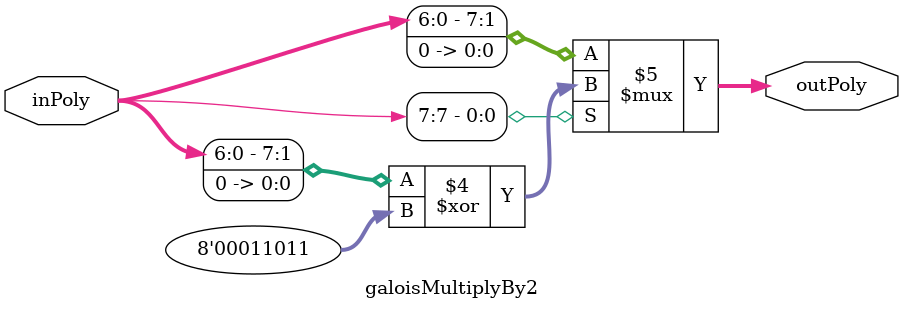
<source format=v>
module galoisMultiplyBy2(outPoly,inPoly);
input [7:0]inPoly; //input polynomial
output [7:0]outPoly;

assign outPoly = (inPoly[7]==0) ? (inPoly << 1) : ((inPoly<<1) ^ 8'h1b);

endmodule

</source>
